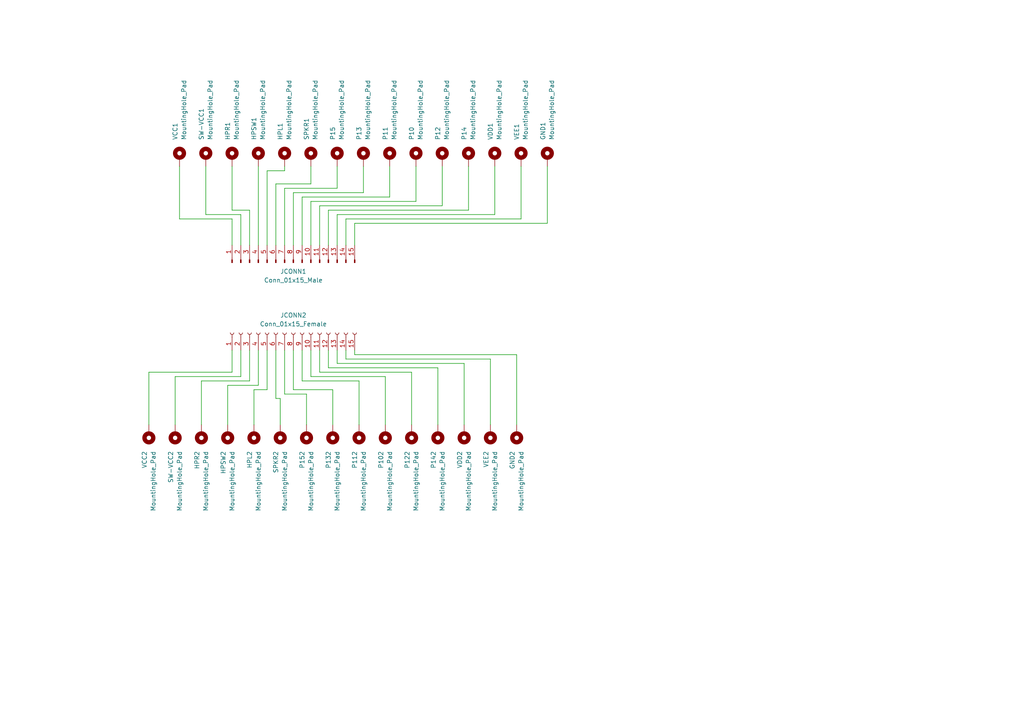
<source format=kicad_sch>
(kicad_sch (version 20211123) (generator eeschema)
  (paper "A4")
  (lib_symbols
    (symbol "Connector:Conn_01x15_Female" (pin_names (offset 1.016) hide)
      (property "Reference" "J" (at 0 20.32 0))
      (property "Value" "Conn_01x15_Female" (at 0 -20.32 0))
      (symbol "Conn_01x15_Female_1_1"
        (arc (start 0 -17.272) (mid -0.508 -17.78) (end 0 -18.288) (stroke (width 0.1524)))
        (arc (start 0 -14.732) (mid -0.508 -15.24) (end 0 -15.748) (stroke (width 0.1524)))
        (arc (start 0 -12.192) (mid -0.508 -12.7) (end 0 -13.208) (stroke (width 0.1524)))
        (arc (start 0 -9.652) (mid -0.508 -10.16) (end 0 -10.668) (stroke (width 0.1524)))
        (arc (start 0 -7.112) (mid -0.508 -7.62) (end 0 -8.128) (stroke (width 0.1524)))
        (arc (start 0 -4.572) (mid -0.508 -5.08) (end 0 -5.588) (stroke (width 0.1524)))
        (arc (start 0 -2.032) (mid -0.508 -2.54) (end 0 -3.048) (stroke (width 0.1524)))
        (polyline (pts (xy -1.27 -17.78) (xy -0.508 -17.78)) (stroke (width 0.1524)))
        (polyline (pts (xy -1.27 -15.24) (xy -0.508 -15.24)) (stroke (width 0.1524)))
        (polyline (pts (xy -1.27 -12.7) (xy -0.508 -12.7)) (stroke (width 0.1524)))
        (polyline (pts (xy -1.27 -10.16) (xy -0.508 -10.16)) (stroke (width 0.1524)))
        (polyline (pts (xy -1.27 -7.62) (xy -0.508 -7.62)) (stroke (width 0.1524)))
        (polyline (pts (xy -1.27 -5.08) (xy -0.508 -5.08)) (stroke (width 0.1524)))
        (polyline (pts (xy -1.27 -2.54) (xy -0.508 -2.54)) (stroke (width 0.1524)))
        (polyline (pts (xy -1.27 0) (xy -0.508 0)) (stroke (width 0.1524)))
        (polyline (pts (xy -1.27 2.54) (xy -0.508 2.54)) (stroke (width 0.1524)))
        (polyline (pts (xy -1.27 5.08) (xy -0.508 5.08)) (stroke (width 0.1524)))
        (polyline (pts (xy -1.27 7.62) (xy -0.508 7.62)) (stroke (width 0.1524)))
        (polyline (pts (xy -1.27 10.16) (xy -0.508 10.16)) (stroke (width 0.1524)))
        (polyline (pts (xy -1.27 12.7) (xy -0.508 12.7)) (stroke (width 0.1524)))
        (polyline (pts (xy -1.27 15.24) (xy -0.508 15.24)) (stroke (width 0.1524)))
        (polyline (pts (xy -1.27 17.78) (xy -0.508 17.78)) (stroke (width 0.1524)))
        (arc (start 0 0.508) (mid -0.508 0) (end 0 -0.508) (stroke (width 0.1524)))
        (arc (start 0 3.048) (mid -0.508 2.54) (end 0 2.032) (stroke (width 0.1524)))
        (arc (start 0 5.588) (mid -0.508 5.08) (end 0 4.572) (stroke (width 0.1524)))
        (arc (start 0 8.128) (mid -0.508 7.62) (end 0 7.112) (stroke (width 0.1524)))
        (arc (start 0 10.668) (mid -0.508 10.16) (end 0 9.652) (stroke (width 0.1524)))
        (arc (start 0 13.208) (mid -0.508 12.7) (end 0 12.192) (stroke (width 0.1524)))
        (arc (start 0 15.748) (mid -0.508 15.24) (end 0 14.732) (stroke (width 0.1524)))
        (arc (start 0 18.288) (mid -0.508 17.78) (end 0 17.272) (stroke (width 0.1524)))
        (pin passive line (at -5.08 17.78 0) (length 3.81) (name "Pin_1") (number "1"))
        (pin passive line (at -5.08 -5.08 0) (length 3.81) (name "Pin_10") (number "10"))
        (pin passive line (at -5.08 -7.62 0) (length 3.81) (name "Pin_11") (number "11"))
        (pin passive line (at -5.08 -10.16 0) (length 3.81) (name "Pin_12") (number "12"))
        (pin passive line (at -5.08 -12.7 0) (length 3.81) (name "Pin_13") (number "13"))
        (pin passive line (at -5.08 -15.24 0) (length 3.81) (name "Pin_14") (number "14"))
        (pin passive line (at -5.08 -17.78 0) (length 3.81) (name "Pin_15") (number "15"))
        (pin passive line (at -5.08 15.24 0) (length 3.81) (name "Pin_2") (number "2"))
        (pin passive line (at -5.08 12.7 0) (length 3.81) (name "Pin_3") (number "3"))
        (pin passive line (at -5.08 10.16 0) (length 3.81) (name "Pin_4") (number "4"))
        (pin passive line (at -5.08 7.62 0) (length 3.81) (name "Pin_5") (number "5"))
        (pin passive line (at -5.08 5.08 0) (length 3.81) (name "Pin_6") (number "6"))
        (pin passive line (at -5.08 2.54 0) (length 3.81) (name "Pin_7") (number "7"))
        (pin passive line (at -5.08 0 0) (length 3.81) (name "Pin_8") (number "8"))
        (pin passive line (at -5.08 -2.54 0) (length 3.81) (name "Pin_9") (number "9"))
      )
    )
    (symbol "Connector:Conn_01x15_Male" (pin_names (offset 1.016) hide)
      (property "Reference" "J" (at 0 20.32 0))
      (property "Value" "Conn_01x15_Male" (at 0 -20.32 0))
      (symbol "Conn_01x15_Male_1_1"
        (polyline (pts (xy 1.27 -17.78) (xy 0.8636 -17.78)) (stroke (width 0.1524)))
        (polyline (pts (xy 1.27 -15.24) (xy 0.8636 -15.24)) (stroke (width 0.1524)))
        (polyline (pts (xy 1.27 -12.7) (xy 0.8636 -12.7)) (stroke (width 0.1524)))
        (polyline (pts (xy 1.27 -10.16) (xy 0.8636 -10.16)) (stroke (width 0.1524)))
        (polyline (pts (xy 1.27 -7.62) (xy 0.8636 -7.62)) (stroke (width 0.1524)))
        (polyline (pts (xy 1.27 -5.08) (xy 0.8636 -5.08)) (stroke (width 0.1524)))
        (polyline (pts (xy 1.27 -2.54) (xy 0.8636 -2.54)) (stroke (width 0.1524)))
        (polyline (pts (xy 1.27 0) (xy 0.8636 0)) (stroke (width 0.1524)))
        (polyline (pts (xy 1.27 2.54) (xy 0.8636 2.54)) (stroke (width 0.1524)))
        (polyline (pts (xy 1.27 5.08) (xy 0.8636 5.08)) (stroke (width 0.1524)))
        (polyline (pts (xy 1.27 7.62) (xy 0.8636 7.62)) (stroke (width 0.1524)))
        (polyline (pts (xy 1.27 10.16) (xy 0.8636 10.16)) (stroke (width 0.1524)))
        (polyline (pts (xy 1.27 12.7) (xy 0.8636 12.7)) (stroke (width 0.1524)))
        (polyline (pts (xy 1.27 15.24) (xy 0.8636 15.24)) (stroke (width 0.1524)))
        (polyline (pts (xy 1.27 17.78) (xy 0.8636 17.78)) (stroke (width 0.1524)))
        (rectangle (start 0.8636 -17.653) (end 0 -17.907) (stroke (width 0.1524)) (fill (type outline)))
        (rectangle (start 0.8636 -15.113) (end 0 -15.367) (stroke (width 0.1524)) (fill (type outline)))
        (rectangle (start 0.8636 -12.573) (end 0 -12.827) (stroke (width 0.1524)) (fill (type outline)))
        (rectangle (start 0.8636 -10.033) (end 0 -10.287) (stroke (width 0.1524)) (fill (type outline)))
        (rectangle (start 0.8636 -7.493) (end 0 -7.747) (stroke (width 0.1524)) (fill (type outline)))
        (rectangle (start 0.8636 -4.953) (end 0 -5.207) (stroke (width 0.1524)) (fill (type outline)))
        (rectangle (start 0.8636 -2.413) (end 0 -2.667) (stroke (width 0.1524)) (fill (type outline)))
        (rectangle (start 0.8636 0.127) (end 0 -0.127) (stroke (width 0.1524)) (fill (type outline)))
        (rectangle (start 0.8636 2.667) (end 0 2.413) (stroke (width 0.1524)) (fill (type outline)))
        (rectangle (start 0.8636 5.207) (end 0 4.953) (stroke (width 0.1524)) (fill (type outline)))
        (rectangle (start 0.8636 7.747) (end 0 7.493) (stroke (width 0.1524)) (fill (type outline)))
        (rectangle (start 0.8636 10.287) (end 0 10.033) (stroke (width 0.1524)) (fill (type outline)))
        (rectangle (start 0.8636 12.827) (end 0 12.573) (stroke (width 0.1524)) (fill (type outline)))
        (rectangle (start 0.8636 15.367) (end 0 15.113) (stroke (width 0.1524)) (fill (type outline)))
        (rectangle (start 0.8636 17.907) (end 0 17.653) (stroke (width 0.1524)) (fill (type outline)))
        (pin passive line (at 5.08 17.78 180) (length 3.81) (name "Pin_1") (number "1"))
        (pin passive line (at 5.08 -5.08 180) (length 3.81) (name "Pin_10") (number "10"))
        (pin passive line (at 5.08 -7.62 180) (length 3.81) (name "Pin_11") (number "11"))
        (pin passive line (at 5.08 -10.16 180) (length 3.81) (name "Pin_12") (number "12"))
        (pin passive line (at 5.08 -12.7 180) (length 3.81) (name "Pin_13") (number "13"))
        (pin passive line (at 5.08 -15.24 180) (length 3.81) (name "Pin_14") (number "14"))
        (pin passive line (at 5.08 -17.78 180) (length 3.81) (name "Pin_15") (number "15"))
        (pin passive line (at 5.08 15.24 180) (length 3.81) (name "Pin_2") (number "2"))
        (pin passive line (at 5.08 12.7 180) (length 3.81) (name "Pin_3") (number "3"))
        (pin passive line (at 5.08 10.16 180) (length 3.81) (name "Pin_4") (number "4"))
        (pin passive line (at 5.08 7.62 180) (length 3.81) (name "Pin_5") (number "5"))
        (pin passive line (at 5.08 5.08 180) (length 3.81) (name "Pin_6") (number "6"))
        (pin passive line (at 5.08 2.54 180) (length 3.81) (name "Pin_7") (number "7"))
        (pin passive line (at 5.08 0 180) (length 3.81) (name "Pin_8") (number "8"))
        (pin passive line (at 5.08 -2.54 180) (length 3.81) (name "Pin_9") (number "9"))
      )
    )
    (symbol "Mechanical:MountingHole_Pad" (pin_numbers hide) (pin_names (offset 1.016) hide)
      (property "Reference" "H" (at 0 6.35 0))
      (property "Value" "MountingHole_Pad" (at 0 4.445 0))
      (symbol "MountingHole_Pad_0_1"
        (circle (center 0 1.27) (radius 1.27) (stroke (width 1.27)))
      )
      (symbol "MountingHole_Pad_1_1"
        (pin input line (at 0 -2.54 90) (length 2.54) (name "1") (number "1"))
      )
    )
  )
  (wire (pts (xy 95.25 101.6) (xy 95.25 106.68)))
  (wire (pts (xy 97.79 105.41) (xy 134.62 105.41)))
  (wire (pts (xy 74.93 111.76) (xy 74.93 101.6)))
  (wire (pts (xy 82.55 48.26) (xy 82.55 49.53)))
  (wire (pts (xy 58.42 123.19) (xy 58.42 110.49)))
  (wire (pts (xy 100.33 63.5) (xy 151.13 63.5)))
  (wire (pts (xy 72.39 101.6) (xy 72.39 110.49)))
  (wire (pts (xy 67.31 101.6) (xy 67.31 107.95)))
  (wire (pts (xy 80.01 115.57) (xy 81.28 115.57)))
  (wire (pts (xy 77.47 49.53) (xy 77.47 71.12)))
  (wire (pts (xy 50.8 123.19) (xy 50.8 109.22)))
  (wire (pts (xy 97.79 62.23) (xy 97.79 71.12)))
  (wire (pts (xy 102.87 64.77) (xy 102.87 71.12)))
  (wire (pts (xy 66.04 123.19) (xy 66.04 111.76)))
  (wire (pts (xy 82.55 54.61) (xy 82.55 71.12)))
  (wire (pts (xy 69.85 101.6) (xy 69.85 109.22)))
  (wire (pts (xy 134.62 105.41) (xy 134.62 123.19)))
  (wire (pts (xy 90.17 48.26) (xy 90.17 53.34)))
  (wire (pts (xy 50.8 109.22) (xy 69.85 109.22)))
  (wire (pts (xy 111.76 109.22) (xy 90.17 109.22)))
  (wire (pts (xy 151.13 48.26) (xy 151.13 63.5)))
  (wire (pts (xy 143.51 48.26) (xy 143.51 62.23)))
  (wire (pts (xy 142.24 104.14) (xy 142.24 123.19)))
  (wire (pts (xy 102.87 102.87) (xy 149.86 102.87)))
  (wire (pts (xy 92.71 107.95) (xy 119.38 107.95)))
  (wire (pts (xy 90.17 53.34) (xy 80.01 53.34)))
  (wire (pts (xy 95.25 60.96) (xy 135.89 60.96)))
  (wire (pts (xy 82.55 114.3) (xy 88.9 114.3)))
  (wire (pts (xy 66.04 111.76) (xy 74.93 111.76)))
  (wire (pts (xy 81.28 115.57) (xy 81.28 123.19)))
  (wire (pts (xy 127 106.68) (xy 127 123.19)))
  (wire (pts (xy 97.79 105.41) (xy 97.79 101.6)))
  (wire (pts (xy 80.01 53.34) (xy 80.01 71.12)))
  (wire (pts (xy 67.31 63.5) (xy 67.31 71.12)))
  (wire (pts (xy 90.17 58.42) (xy 90.17 71.12)))
  (wire (pts (xy 77.47 113.03) (xy 73.66 113.03)))
  (wire (pts (xy 135.89 60.96) (xy 135.89 48.26)))
  (wire (pts (xy 111.76 123.19) (xy 111.76 109.22)))
  (wire (pts (xy 67.31 48.26) (xy 67.31 60.96)))
  (wire (pts (xy 95.25 60.96) (xy 95.25 71.12)))
  (wire (pts (xy 92.71 59.69) (xy 92.71 71.12)))
  (wire (pts (xy 52.07 63.5) (xy 67.31 63.5)))
  (wire (pts (xy 120.65 48.26) (xy 120.65 58.42)))
  (wire (pts (xy 149.86 102.87) (xy 149.86 123.19)))
  (wire (pts (xy 100.33 104.14) (xy 142.24 104.14)))
  (wire (pts (xy 80.01 101.6) (xy 80.01 115.57)))
  (wire (pts (xy 90.17 101.6) (xy 90.17 109.22)))
  (wire (pts (xy 97.79 62.23) (xy 143.51 62.23)))
  (wire (pts (xy 128.27 59.69) (xy 92.71 59.69)))
  (wire (pts (xy 96.52 113.03) (xy 96.52 123.19)))
  (wire (pts (xy 102.87 101.6) (xy 102.87 102.87)))
  (wire (pts (xy 59.69 48.26) (xy 59.69 62.23)))
  (wire (pts (xy 85.09 101.6) (xy 85.09 113.03)))
  (wire (pts (xy 119.38 107.95) (xy 119.38 123.19)))
  (wire (pts (xy 105.41 55.88) (xy 85.09 55.88)))
  (wire (pts (xy 113.03 57.15) (xy 87.63 57.15)))
  (wire (pts (xy 58.42 110.49) (xy 72.39 110.49)))
  (wire (pts (xy 120.65 58.42) (xy 90.17 58.42)))
  (wire (pts (xy 128.27 48.26) (xy 128.27 59.69)))
  (wire (pts (xy 158.75 64.77) (xy 102.87 64.77)))
  (wire (pts (xy 104.14 123.19) (xy 104.14 110.49)))
  (wire (pts (xy 105.41 48.26) (xy 105.41 55.88)))
  (wire (pts (xy 88.9 114.3) (xy 88.9 123.19)))
  (wire (pts (xy 67.31 60.96) (xy 72.39 60.96)))
  (wire (pts (xy 82.55 49.53) (xy 77.47 49.53)))
  (wire (pts (xy 97.79 48.26) (xy 97.79 54.61)))
  (wire (pts (xy 85.09 55.88) (xy 85.09 71.12)))
  (wire (pts (xy 85.09 113.03) (xy 96.52 113.03)))
  (wire (pts (xy 158.75 48.26) (xy 158.75 64.77)))
  (wire (pts (xy 77.47 101.6) (xy 77.47 113.03)))
  (wire (pts (xy 52.07 48.26) (xy 52.07 63.5)))
  (wire (pts (xy 73.66 113.03) (xy 73.66 123.19)))
  (wire (pts (xy 87.63 57.15) (xy 87.63 71.12)))
  (wire (pts (xy 92.71 107.95) (xy 92.71 101.6)))
  (wire (pts (xy 72.39 60.96) (xy 72.39 71.12)))
  (wire (pts (xy 82.55 101.6) (xy 82.55 114.3)))
  (wire (pts (xy 59.69 62.23) (xy 69.85 62.23)))
  (wire (pts (xy 100.33 71.12) (xy 100.33 63.5)))
  (wire (pts (xy 43.18 123.19) (xy 43.18 107.95)))
  (wire (pts (xy 97.79 54.61) (xy 82.55 54.61)))
  (wire (pts (xy 87.63 101.6) (xy 87.63 110.49)))
  (wire (pts (xy 95.25 106.68) (xy 127 106.68)))
  (wire (pts (xy 104.14 110.49) (xy 87.63 110.49)))
  (wire (pts (xy 69.85 62.23) (xy 69.85 71.12)))
  (wire (pts (xy 43.18 107.95) (xy 67.31 107.95)))
  (wire (pts (xy 100.33 104.14) (xy 100.33 101.6)))
  (wire (pts (xy 113.03 48.26) (xy 113.03 57.15)))
  (wire (pts (xy 74.93 48.26) (xy 74.93 71.12)))
  (symbol (lib_id "Mechanical:MountingHole_Pad") (at 43.18 125.73 0) (mirror x) (unit 1)
    (property "Reference" "VCC2" (at 41.91 130.81 90) (effects (justify left)))
    (property "Value" "MountingHole_Pad" (at 44.45 130.81 90) (effects (justify left)))
    (property "Footprint" "TestPoint:TestPoint_Pad_D1.5mm" (effects hide))
  )
  (symbol (lib_id "Mechanical:MountingHole_Pad") (at 105.41 45.72 0) (unit 1)
    (property "Reference" "P13" (at 104.14 40.64 90) (effects (justify left)))
    (property "Value" "MountingHole_Pad" (at 106.68 40.64 90) (effects (justify left)))
    (property "Footprint" "some-stuff:solder-to-via" (effects hide))
  )
  (symbol (lib_id "Mechanical:MountingHole_Pad") (at 113.03 45.72 0) (unit 1)
    (property "Reference" "P11" (at 111.76 40.64 90) (effects (justify left)))
    (property "Value" "MountingHole_Pad" (at 114.3 40.64 90) (effects (justify left)))
    (property "Footprint" "some-stuff:solder-to-via" (effects hide))
  )
  (symbol (lib_id "Connector:Conn_01x15_Female") (at 85.09 96.52 90) (unit 1)
    (property "Reference" "JCONN2" (at 85.09 91.44 90))
    (property "Value" "Conn_01x15_Female" (at 85.09 93.98 90))
    (property "Footprint" "Connector_FFC-FPC:Hirose_FH12-15S-0.5SH_1x15-1MP_P0.50mm_Horizontal" (effects hide))
  )
  (symbol (lib_id "Mechanical:MountingHole_Pad") (at 81.28 125.73 0) (mirror x) (unit 1)
    (property "Reference" "SPKR2" (at 80.01 130.81 90) (effects (justify left)))
    (property "Value" "MountingHole_Pad" (at 82.55 130.81 90) (effects (justify left)))
    (property "Footprint" "TestPoint:TestPoint_Pad_D1.5mm" (effects hide))
  )
  (symbol (lib_id "Mechanical:MountingHole_Pad") (at 149.86 125.73 0) (mirror x) (unit 1)
    (property "Reference" "GND2" (at 148.59 130.81 90) (effects (justify left)))
    (property "Value" "MountingHole_Pad" (at 151.13 130.81 90) (effects (justify left)))
    (property "Footprint" "some-stuff:solder-to-via" (effects hide))
  )
  (symbol (lib_id "Mechanical:MountingHole_Pad") (at 119.38 125.73 0) (mirror x) (unit 1)
    (property "Reference" "P122" (at 118.11 130.81 90) (effects (justify left)))
    (property "Value" "MountingHole_Pad" (at 120.65 130.81 90) (effects (justify left)))
    (property "Footprint" "some-stuff:solder-to-via" (effects hide))
  )
  (symbol (lib_id "Mechanical:MountingHole_Pad") (at 58.42 125.73 0) (mirror x) (unit 1)
    (property "Reference" "HPR2" (at 57.15 130.81 90) (effects (justify left)))
    (property "Value" "MountingHole_Pad" (at 59.69 130.81 90) (effects (justify left)))
    (property "Footprint" "some-stuff:solder-to-via" (effects hide))
  )
  (symbol (lib_id "Mechanical:MountingHole_Pad") (at 143.51 45.72 0) (unit 1)
    (property "Reference" "VDD1" (at 142.24 40.64 90) (effects (justify left)))
    (property "Value" "MountingHole_Pad" (at 144.78 40.64 90) (effects (justify left)))
    (property "Footprint" "some-stuff:solder-to-via" (effects hide))
  )
  (symbol (lib_id "Mechanical:MountingHole_Pad") (at 134.62 125.73 0) (mirror x) (unit 1)
    (property "Reference" "VDD2" (at 133.35 130.81 90) (effects (justify left)))
    (property "Value" "MountingHole_Pad" (at 135.89 130.81 90) (effects (justify left)))
    (property "Footprint" "some-stuff:solder-to-via" (effects hide))
  )
  (symbol (lib_id "Mechanical:MountingHole_Pad") (at 50.8 125.73 0) (mirror x) (unit 1)
    (property "Reference" "SW-VCC2" (at 49.53 130.81 90) (effects (justify left)))
    (property "Value" "MountingHole_Pad" (at 52.07 130.81 90) (effects (justify left)))
    (property "Footprint" "TestPoint:TestPoint_Pad_D1.5mm" (effects hide))
  )
  (symbol (lib_id "Mechanical:MountingHole_Pad") (at 88.9 125.73 0) (mirror x) (unit 1)
    (property "Reference" "P152" (at 87.63 130.81 90) (effects (justify left)))
    (property "Value" "MountingHole_Pad" (at 90.17 130.81 90) (effects (justify left)))
    (property "Footprint" "some-stuff:solder-to-via" (effects hide))
  )
  (symbol (lib_id "Mechanical:MountingHole_Pad") (at 97.79 45.72 0) (unit 1)
    (property "Reference" "P15" (at 96.52 40.64 90) (effects (justify left)))
    (property "Value" "MountingHole_Pad" (at 99.06 40.64 90) (effects (justify left)))
    (property "Footprint" "some-stuff:solder-to-via" (effects hide))
  )
  (symbol (lib_id "Mechanical:MountingHole_Pad") (at 67.31 45.72 0) (unit 1)
    (property "Reference" "HPR1" (at 66.04 40.64 90) (effects (justify left)))
    (property "Value" "MountingHole_Pad" (at 68.58 40.64 90) (effects (justify left)))
    (property "Footprint" "some-stuff:solder-to-via" (effects hide))
  )
  (symbol (lib_id "Mechanical:MountingHole_Pad") (at 111.76 125.73 0) (mirror x) (unit 1)
    (property "Reference" "P102" (at 110.49 130.81 90) (effects (justify left)))
    (property "Value" "MountingHole_Pad" (at 113.03 130.81 90) (effects (justify left)))
    (property "Footprint" "some-stuff:solder-to-via" (effects hide))
  )
  (symbol (lib_id "Mechanical:MountingHole_Pad") (at 52.07 45.72 0) (unit 1)
    (property "Reference" "VCC1" (at 50.8 40.64 90) (effects (justify left)))
    (property "Value" "MountingHole_Pad" (at 53.34 40.64 90) (effects (justify left)))
    (property "Footprint" "TestPoint:TestPoint_Pad_D1.5mm" (effects hide))
  )
  (symbol (lib_id "Mechanical:MountingHole_Pad") (at 73.66 125.73 0) (mirror x) (unit 1)
    (property "Reference" "HPL2" (at 72.39 130.81 90) (effects (justify left)))
    (property "Value" "MountingHole_Pad" (at 74.93 130.81 90) (effects (justify left)))
    (property "Footprint" "some-stuff:solder-to-via" (effects hide))
  )
  (symbol (lib_id "Mechanical:MountingHole_Pad") (at 142.24 125.73 0) (mirror x) (unit 1)
    (property "Reference" "VEE2" (at 140.97 130.81 90) (effects (justify left)))
    (property "Value" "MountingHole_Pad" (at 143.51 130.81 90) (effects (justify left)))
    (property "Footprint" "some-stuff:solder-to-via" (effects hide))
  )
  (symbol (lib_id "Connector:Conn_01x15_Male") (at 85.09 76.2 90) (unit 1)
    (property "Reference" "JCONN1" (at 85.09 78.74 90))
    (property "Value" "Conn_01x15_Male" (at 85.09 81.28 90))
    (property "Footprint" "some-stuff:0.5 pitch edge" (effects hide))
  )
  (symbol (lib_id "Mechanical:MountingHole_Pad") (at 59.69 45.72 0) (unit 1)
    (property "Reference" "SW-VCC1" (at 58.42 40.64 90) (effects (justify left)))
    (property "Value" "MountingHole_Pad" (at 60.96 40.64 90) (effects (justify left)))
    (property "Footprint" "TestPoint:TestPoint_Pad_D1.5mm" (effects hide))
  )
  (symbol (lib_id "Mechanical:MountingHole_Pad") (at 128.27 45.72 0) (unit 1)
    (property "Reference" "P12" (at 127 40.64 90) (effects (justify left)))
    (property "Value" "MountingHole_Pad" (at 129.54 40.64 90) (effects (justify left)))
    (property "Footprint" "some-stuff:solder-to-via" (effects hide))
  )
  (symbol (lib_id "Mechanical:MountingHole_Pad") (at 82.55 45.72 0) (unit 1)
    (property "Reference" "HPL1" (at 81.28 40.64 90) (effects (justify left)))
    (property "Value" "MountingHole_Pad" (at 83.82 40.64 90) (effects (justify left)))
    (property "Footprint" "some-stuff:solder-to-via" (effects hide))
  )
  (symbol (lib_id "Mechanical:MountingHole_Pad") (at 96.52 125.73 0) (mirror x) (unit 1)
    (property "Reference" "P132" (at 95.25 130.81 90) (effects (justify left)))
    (property "Value" "MountingHole_Pad" (at 97.79 130.81 90) (effects (justify left)))
    (property "Footprint" "some-stuff:solder-to-via" (effects hide))
  )
  (symbol (lib_id "Mechanical:MountingHole_Pad") (at 120.65 45.72 0) (unit 1)
    (property "Reference" "P10" (at 119.38 40.64 90) (effects (justify left)))
    (property "Value" "MountingHole_Pad" (at 121.92 40.64 90) (effects (justify left)))
    (property "Footprint" "some-stuff:solder-to-via" (effects hide))
  )
  (symbol (lib_id "Mechanical:MountingHole_Pad") (at 135.89 45.72 0) (unit 1)
    (property "Reference" "P14" (at 134.62 40.64 90) (effects (justify left)))
    (property "Value" "MountingHole_Pad" (at 137.16 40.64 90) (effects (justify left)))
    (property "Footprint" "some-stuff:solder-to-via" (effects hide))
  )
  (symbol (lib_id "Mechanical:MountingHole_Pad") (at 74.93 45.72 0) (unit 1)
    (property "Reference" "HPSW1" (at 73.66 40.64 90) (effects (justify left)))
    (property "Value" "MountingHole_Pad" (at 76.2 40.64 90) (effects (justify left)))
    (property "Footprint" "some-stuff:solder-to-via" (effects hide))
  )
  (symbol (lib_id "Mechanical:MountingHole_Pad") (at 104.14 125.73 0) (mirror x) (unit 1)
    (property "Reference" "P112" (at 102.87 130.81 90) (effects (justify left)))
    (property "Value" "MountingHole_Pad" (at 105.41 130.81 90) (effects (justify left)))
    (property "Footprint" "some-stuff:solder-to-via" (effects hide))
  )
  (symbol (lib_id "Mechanical:MountingHole_Pad") (at 127 125.73 0) (mirror x) (unit 1)
    (property "Reference" "P142" (at 125.73 130.81 90) (effects (justify left)))
    (property "Value" "MountingHole_Pad" (at 128.27 130.81 90) (effects (justify left)))
    (property "Footprint" "some-stuff:solder-to-via" (effects hide))
  )
  (symbol (lib_id "Mechanical:MountingHole_Pad") (at 90.17 45.72 0) (unit 1)
    (property "Reference" "SPKR1" (at 88.9 40.64 90) (effects (justify left)))
    (property "Value" "MountingHole_Pad" (at 91.44 40.64 90) (effects (justify left)))
    (property "Footprint" "some-stuff:solder-to-via" (effects hide))
  )
  (symbol (lib_id "Mechanical:MountingHole_Pad") (at 151.13 45.72 0) (unit 1)
    (property "Reference" "VEE1" (at 149.86 40.64 90) (effects (justify left)))
    (property "Value" "MountingHole_Pad" (at 152.4 40.64 90) (effects (justify left)))
    (property "Footprint" "some-stuff:solder-to-via" (effects hide))
  )
  (symbol (lib_id "Mechanical:MountingHole_Pad") (at 66.04 125.73 0) (mirror x) (unit 1)
    (property "Reference" "HPSW2" (at 64.77 130.81 90) (effects (justify left)))
    (property "Value" "MountingHole_Pad" (at 67.31 130.81 90) (effects (justify left)))
    (property "Footprint" "TestPoint:TestPoint_Pad_D1.5mm" (effects hide))
  )
  (symbol (lib_id "Mechanical:MountingHole_Pad") (at 158.75 45.72 0) (unit 1)
    (property "Reference" "GND1" (at 157.48 40.64 90) (effects (justify left)))
    (property "Value" "MountingHole_Pad" (at 160.02 40.64 90) (effects (justify left)))
    (property "Footprint" "some-stuff:ground solder" (effects hide))
  )
)
</source>
